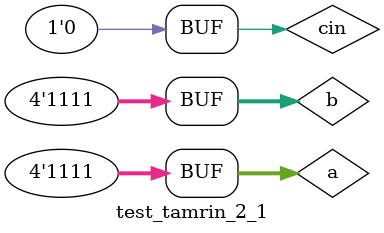
<source format=v>
`timescale 1ns/100ps
module test_tamrin_2_1;
parameter n = 4; 
  reg [n-1:0] a,b;
  reg cin; 
  wire cout;
  wire [n-1:0] sum;  
  CarryLookaheadAdder tb(
    .A(a),
    .B(b),
    .Cin(cin),
    .S(sum),
    .Cout(cout)
    );
  initial begin
    a=4'd0;
    b=4'd0;
    cin=0;
  end     
  initial begin
    #100
    #100 a=4'd0;
    #100 b=4'd0;
    #100 a=4'd1;
    #100 b=4'd1;
    #100 a=4'd2;
    #100 b=4'd2;
    #100 a=4'd3;
    #100 b=4'd3;
    #100 a=4'd4;
    #100 b=4'd4;
    #100 a=4'd5;
    #100 b=4'd5;
    #100 a=4'd6;
    #100 b=4'd6;
    #100 a=4'd7;
    #100 b=4'd7;
    #100 a=4'd8;
    #100 b=4'd8;
    #100 a=4'd9;
    #100 b=4'd9;
    #100 a=4'd10;
    #100 b=4'd10;
    #100 a=4'd11;
    #100 b=4'd11;
    #100 a=4'd12;
    #100 b=4'd12;
    #100 a=4'd13;
    #100 b=4'd13;
    #100 a=4'd14;
    #100 b=4'd14;
    #100 a=4'd15;
    #100 b=4'd15;
    #100;
  end
endmodule
</source>
